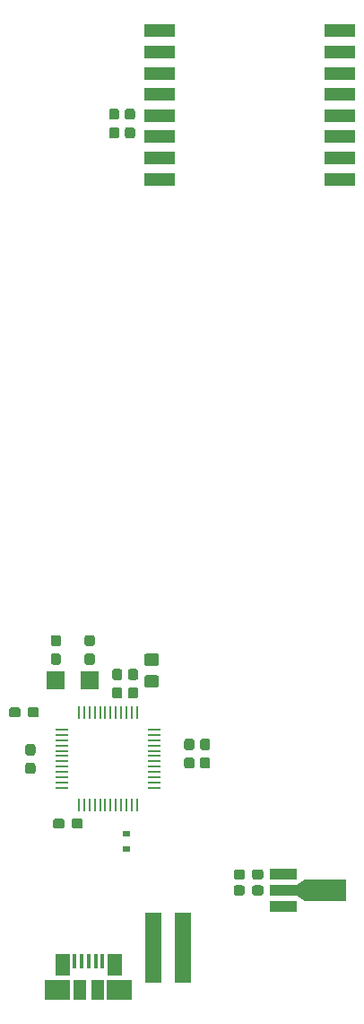
<source format=gbp>
G04 #@! TF.GenerationSoftware,KiCad,Pcbnew,6.0.0-rc1-unknown-ad9916a~66~ubuntu18.04.1*
G04 #@! TF.CreationDate,2018-11-28T14:47:53-03:00*
G04 #@! TF.ProjectId,FOD,464f442e-6b69-4636-9164-5f7063625858,rev?*
G04 #@! TF.SameCoordinates,Original*
G04 #@! TF.FileFunction,Paste,Bot*
G04 #@! TF.FilePolarity,Positive*
%FSLAX46Y46*%
G04 Gerber Fmt 4.6, Leading zero omitted, Abs format (unit mm)*
G04 Created by KiCad (PCBNEW 6.0.0-rc1-unknown-ad9916a~66~ubuntu18.04.1) date mié 28 nov 2018 14:47:53 -03*
%MOMM*%
%LPD*%
G01*
G04 APERTURE LIST*
%ADD10C,0.100000*%
%ADD11C,0.950000*%
%ADD12R,1.600000X6.600000*%
%ADD13R,0.700000X0.600000*%
%ADD14R,0.450000X1.380000*%
%ADD15R,1.475000X2.100000*%
%ADD16R,2.375000X1.900000*%
%ADD17R,1.175000X1.900000*%
%ADD18C,1.150000*%
%ADD19C,0.750000*%
%ADD20R,4.000000X2.000000*%
%ADD21R,2.500000X1.000000*%
%ADD22R,0.250000X1.300000*%
%ADD23R,1.300000X0.250000*%
%ADD24R,3.000000X1.300000*%
%ADD25R,1.750000X1.800000*%
G04 APERTURE END LIST*
D10*
G04 #@! TO.C,R1*
G36*
X135585779Y-114426144D02*
X135608834Y-114429563D01*
X135631443Y-114435227D01*
X135653387Y-114443079D01*
X135674457Y-114453044D01*
X135694448Y-114465026D01*
X135713168Y-114478910D01*
X135730438Y-114494562D01*
X135746090Y-114511832D01*
X135759974Y-114530552D01*
X135771956Y-114550543D01*
X135781921Y-114571613D01*
X135789773Y-114593557D01*
X135795437Y-114616166D01*
X135798856Y-114639221D01*
X135800000Y-114662500D01*
X135800000Y-115137500D01*
X135798856Y-115160779D01*
X135795437Y-115183834D01*
X135789773Y-115206443D01*
X135781921Y-115228387D01*
X135771956Y-115249457D01*
X135759974Y-115269448D01*
X135746090Y-115288168D01*
X135730438Y-115305438D01*
X135713168Y-115321090D01*
X135694448Y-115334974D01*
X135674457Y-115346956D01*
X135653387Y-115356921D01*
X135631443Y-115364773D01*
X135608834Y-115370437D01*
X135585779Y-115373856D01*
X135562500Y-115375000D01*
X134987500Y-115375000D01*
X134964221Y-115373856D01*
X134941166Y-115370437D01*
X134918557Y-115364773D01*
X134896613Y-115356921D01*
X134875543Y-115346956D01*
X134855552Y-115334974D01*
X134836832Y-115321090D01*
X134819562Y-115305438D01*
X134803910Y-115288168D01*
X134790026Y-115269448D01*
X134778044Y-115249457D01*
X134768079Y-115228387D01*
X134760227Y-115206443D01*
X134754563Y-115183834D01*
X134751144Y-115160779D01*
X134750000Y-115137500D01*
X134750000Y-114662500D01*
X134751144Y-114639221D01*
X134754563Y-114616166D01*
X134760227Y-114593557D01*
X134768079Y-114571613D01*
X134778044Y-114550543D01*
X134790026Y-114530552D01*
X134803910Y-114511832D01*
X134819562Y-114494562D01*
X134836832Y-114478910D01*
X134855552Y-114465026D01*
X134875543Y-114453044D01*
X134896613Y-114443079D01*
X134918557Y-114435227D01*
X134941166Y-114429563D01*
X134964221Y-114426144D01*
X134987500Y-114425000D01*
X135562500Y-114425000D01*
X135585779Y-114426144D01*
X135585779Y-114426144D01*
G37*
D11*
X135275000Y-114900000D03*
D10*
G36*
X133835779Y-114426144D02*
X133858834Y-114429563D01*
X133881443Y-114435227D01*
X133903387Y-114443079D01*
X133924457Y-114453044D01*
X133944448Y-114465026D01*
X133963168Y-114478910D01*
X133980438Y-114494562D01*
X133996090Y-114511832D01*
X134009974Y-114530552D01*
X134021956Y-114550543D01*
X134031921Y-114571613D01*
X134039773Y-114593557D01*
X134045437Y-114616166D01*
X134048856Y-114639221D01*
X134050000Y-114662500D01*
X134050000Y-115137500D01*
X134048856Y-115160779D01*
X134045437Y-115183834D01*
X134039773Y-115206443D01*
X134031921Y-115228387D01*
X134021956Y-115249457D01*
X134009974Y-115269448D01*
X133996090Y-115288168D01*
X133980438Y-115305438D01*
X133963168Y-115321090D01*
X133944448Y-115334974D01*
X133924457Y-115346956D01*
X133903387Y-115356921D01*
X133881443Y-115364773D01*
X133858834Y-115370437D01*
X133835779Y-115373856D01*
X133812500Y-115375000D01*
X133237500Y-115375000D01*
X133214221Y-115373856D01*
X133191166Y-115370437D01*
X133168557Y-115364773D01*
X133146613Y-115356921D01*
X133125543Y-115346956D01*
X133105552Y-115334974D01*
X133086832Y-115321090D01*
X133069562Y-115305438D01*
X133053910Y-115288168D01*
X133040026Y-115269448D01*
X133028044Y-115249457D01*
X133018079Y-115228387D01*
X133010227Y-115206443D01*
X133004563Y-115183834D01*
X133001144Y-115160779D01*
X133000000Y-115137500D01*
X133000000Y-114662500D01*
X133001144Y-114639221D01*
X133004563Y-114616166D01*
X133010227Y-114593557D01*
X133018079Y-114571613D01*
X133028044Y-114550543D01*
X133040026Y-114530552D01*
X133053910Y-114511832D01*
X133069562Y-114494562D01*
X133086832Y-114478910D01*
X133105552Y-114465026D01*
X133125543Y-114453044D01*
X133146613Y-114443079D01*
X133168557Y-114435227D01*
X133191166Y-114429563D01*
X133214221Y-114426144D01*
X133237500Y-114425000D01*
X133812500Y-114425000D01*
X133835779Y-114426144D01*
X133835779Y-114426144D01*
G37*
D11*
X133525000Y-114900000D03*
G04 #@! TD*
D12*
G04 #@! TO.C,R3*
X149400000Y-137090000D03*
X146600000Y-137090000D03*
G04 #@! TD*
D10*
G04 #@! TO.C,C4*
G36*
X151760779Y-117401144D02*
X151783834Y-117404563D01*
X151806443Y-117410227D01*
X151828387Y-117418079D01*
X151849457Y-117428044D01*
X151869448Y-117440026D01*
X151888168Y-117453910D01*
X151905438Y-117469562D01*
X151921090Y-117486832D01*
X151934974Y-117505552D01*
X151946956Y-117525543D01*
X151956921Y-117546613D01*
X151964773Y-117568557D01*
X151970437Y-117591166D01*
X151973856Y-117614221D01*
X151975000Y-117637500D01*
X151975000Y-118212500D01*
X151973856Y-118235779D01*
X151970437Y-118258834D01*
X151964773Y-118281443D01*
X151956921Y-118303387D01*
X151946956Y-118324457D01*
X151934974Y-118344448D01*
X151921090Y-118363168D01*
X151905438Y-118380438D01*
X151888168Y-118396090D01*
X151869448Y-118409974D01*
X151849457Y-118421956D01*
X151828387Y-118431921D01*
X151806443Y-118439773D01*
X151783834Y-118445437D01*
X151760779Y-118448856D01*
X151737500Y-118450000D01*
X151262500Y-118450000D01*
X151239221Y-118448856D01*
X151216166Y-118445437D01*
X151193557Y-118439773D01*
X151171613Y-118431921D01*
X151150543Y-118421956D01*
X151130552Y-118409974D01*
X151111832Y-118396090D01*
X151094562Y-118380438D01*
X151078910Y-118363168D01*
X151065026Y-118344448D01*
X151053044Y-118324457D01*
X151043079Y-118303387D01*
X151035227Y-118281443D01*
X151029563Y-118258834D01*
X151026144Y-118235779D01*
X151025000Y-118212500D01*
X151025000Y-117637500D01*
X151026144Y-117614221D01*
X151029563Y-117591166D01*
X151035227Y-117568557D01*
X151043079Y-117546613D01*
X151053044Y-117525543D01*
X151065026Y-117505552D01*
X151078910Y-117486832D01*
X151094562Y-117469562D01*
X151111832Y-117453910D01*
X151130552Y-117440026D01*
X151150543Y-117428044D01*
X151171613Y-117418079D01*
X151193557Y-117410227D01*
X151216166Y-117404563D01*
X151239221Y-117401144D01*
X151262500Y-117400000D01*
X151737500Y-117400000D01*
X151760779Y-117401144D01*
X151760779Y-117401144D01*
G37*
D11*
X151500000Y-117925000D03*
D10*
G36*
X151760779Y-119151144D02*
X151783834Y-119154563D01*
X151806443Y-119160227D01*
X151828387Y-119168079D01*
X151849457Y-119178044D01*
X151869448Y-119190026D01*
X151888168Y-119203910D01*
X151905438Y-119219562D01*
X151921090Y-119236832D01*
X151934974Y-119255552D01*
X151946956Y-119275543D01*
X151956921Y-119296613D01*
X151964773Y-119318557D01*
X151970437Y-119341166D01*
X151973856Y-119364221D01*
X151975000Y-119387500D01*
X151975000Y-119962500D01*
X151973856Y-119985779D01*
X151970437Y-120008834D01*
X151964773Y-120031443D01*
X151956921Y-120053387D01*
X151946956Y-120074457D01*
X151934974Y-120094448D01*
X151921090Y-120113168D01*
X151905438Y-120130438D01*
X151888168Y-120146090D01*
X151869448Y-120159974D01*
X151849457Y-120171956D01*
X151828387Y-120181921D01*
X151806443Y-120189773D01*
X151783834Y-120195437D01*
X151760779Y-120198856D01*
X151737500Y-120200000D01*
X151262500Y-120200000D01*
X151239221Y-120198856D01*
X151216166Y-120195437D01*
X151193557Y-120189773D01*
X151171613Y-120181921D01*
X151150543Y-120171956D01*
X151130552Y-120159974D01*
X151111832Y-120146090D01*
X151094562Y-120130438D01*
X151078910Y-120113168D01*
X151065026Y-120094448D01*
X151053044Y-120074457D01*
X151043079Y-120053387D01*
X151035227Y-120031443D01*
X151029563Y-120008834D01*
X151026144Y-119985779D01*
X151025000Y-119962500D01*
X151025000Y-119387500D01*
X151026144Y-119364221D01*
X151029563Y-119341166D01*
X151035227Y-119318557D01*
X151043079Y-119296613D01*
X151053044Y-119275543D01*
X151065026Y-119255552D01*
X151078910Y-119236832D01*
X151094562Y-119219562D01*
X151111832Y-119203910D01*
X151130552Y-119190026D01*
X151150543Y-119178044D01*
X151171613Y-119168079D01*
X151193557Y-119160227D01*
X151216166Y-119154563D01*
X151239221Y-119151144D01*
X151262500Y-119150000D01*
X151737500Y-119150000D01*
X151760779Y-119151144D01*
X151760779Y-119151144D01*
G37*
D11*
X151500000Y-119675000D03*
G04 #@! TD*
D10*
G04 #@! TO.C,C5*
G36*
X135260779Y-117901144D02*
X135283834Y-117904563D01*
X135306443Y-117910227D01*
X135328387Y-117918079D01*
X135349457Y-117928044D01*
X135369448Y-117940026D01*
X135388168Y-117953910D01*
X135405438Y-117969562D01*
X135421090Y-117986832D01*
X135434974Y-118005552D01*
X135446956Y-118025543D01*
X135456921Y-118046613D01*
X135464773Y-118068557D01*
X135470437Y-118091166D01*
X135473856Y-118114221D01*
X135475000Y-118137500D01*
X135475000Y-118712500D01*
X135473856Y-118735779D01*
X135470437Y-118758834D01*
X135464773Y-118781443D01*
X135456921Y-118803387D01*
X135446956Y-118824457D01*
X135434974Y-118844448D01*
X135421090Y-118863168D01*
X135405438Y-118880438D01*
X135388168Y-118896090D01*
X135369448Y-118909974D01*
X135349457Y-118921956D01*
X135328387Y-118931921D01*
X135306443Y-118939773D01*
X135283834Y-118945437D01*
X135260779Y-118948856D01*
X135237500Y-118950000D01*
X134762500Y-118950000D01*
X134739221Y-118948856D01*
X134716166Y-118945437D01*
X134693557Y-118939773D01*
X134671613Y-118931921D01*
X134650543Y-118921956D01*
X134630552Y-118909974D01*
X134611832Y-118896090D01*
X134594562Y-118880438D01*
X134578910Y-118863168D01*
X134565026Y-118844448D01*
X134553044Y-118824457D01*
X134543079Y-118803387D01*
X134535227Y-118781443D01*
X134529563Y-118758834D01*
X134526144Y-118735779D01*
X134525000Y-118712500D01*
X134525000Y-118137500D01*
X134526144Y-118114221D01*
X134529563Y-118091166D01*
X134535227Y-118068557D01*
X134543079Y-118046613D01*
X134553044Y-118025543D01*
X134565026Y-118005552D01*
X134578910Y-117986832D01*
X134594562Y-117969562D01*
X134611832Y-117953910D01*
X134630552Y-117940026D01*
X134650543Y-117928044D01*
X134671613Y-117918079D01*
X134693557Y-117910227D01*
X134716166Y-117904563D01*
X134739221Y-117901144D01*
X134762500Y-117900000D01*
X135237500Y-117900000D01*
X135260779Y-117901144D01*
X135260779Y-117901144D01*
G37*
D11*
X135000000Y-118425000D03*
D10*
G36*
X135260779Y-119651144D02*
X135283834Y-119654563D01*
X135306443Y-119660227D01*
X135328387Y-119668079D01*
X135349457Y-119678044D01*
X135369448Y-119690026D01*
X135388168Y-119703910D01*
X135405438Y-119719562D01*
X135421090Y-119736832D01*
X135434974Y-119755552D01*
X135446956Y-119775543D01*
X135456921Y-119796613D01*
X135464773Y-119818557D01*
X135470437Y-119841166D01*
X135473856Y-119864221D01*
X135475000Y-119887500D01*
X135475000Y-120462500D01*
X135473856Y-120485779D01*
X135470437Y-120508834D01*
X135464773Y-120531443D01*
X135456921Y-120553387D01*
X135446956Y-120574457D01*
X135434974Y-120594448D01*
X135421090Y-120613168D01*
X135405438Y-120630438D01*
X135388168Y-120646090D01*
X135369448Y-120659974D01*
X135349457Y-120671956D01*
X135328387Y-120681921D01*
X135306443Y-120689773D01*
X135283834Y-120695437D01*
X135260779Y-120698856D01*
X135237500Y-120700000D01*
X134762500Y-120700000D01*
X134739221Y-120698856D01*
X134716166Y-120695437D01*
X134693557Y-120689773D01*
X134671613Y-120681921D01*
X134650543Y-120671956D01*
X134630552Y-120659974D01*
X134611832Y-120646090D01*
X134594562Y-120630438D01*
X134578910Y-120613168D01*
X134565026Y-120594448D01*
X134553044Y-120574457D01*
X134543079Y-120553387D01*
X134535227Y-120531443D01*
X134529563Y-120508834D01*
X134526144Y-120485779D01*
X134525000Y-120462500D01*
X134525000Y-119887500D01*
X134526144Y-119864221D01*
X134529563Y-119841166D01*
X134535227Y-119818557D01*
X134543079Y-119796613D01*
X134553044Y-119775543D01*
X134565026Y-119755552D01*
X134578910Y-119736832D01*
X134594562Y-119719562D01*
X134611832Y-119703910D01*
X134630552Y-119690026D01*
X134650543Y-119678044D01*
X134671613Y-119668079D01*
X134693557Y-119660227D01*
X134716166Y-119654563D01*
X134739221Y-119651144D01*
X134762500Y-119650000D01*
X135237500Y-119650000D01*
X135260779Y-119651144D01*
X135260779Y-119651144D01*
G37*
D11*
X135000000Y-120175000D03*
G04 #@! TD*
D10*
G04 #@! TO.C,C2a1*
G36*
X143460779Y-110801144D02*
X143483834Y-110804563D01*
X143506443Y-110810227D01*
X143528387Y-110818079D01*
X143549457Y-110828044D01*
X143569448Y-110840026D01*
X143588168Y-110853910D01*
X143605438Y-110869562D01*
X143621090Y-110886832D01*
X143634974Y-110905552D01*
X143646956Y-110925543D01*
X143656921Y-110946613D01*
X143664773Y-110968557D01*
X143670437Y-110991166D01*
X143673856Y-111014221D01*
X143675000Y-111037500D01*
X143675000Y-111612500D01*
X143673856Y-111635779D01*
X143670437Y-111658834D01*
X143664773Y-111681443D01*
X143656921Y-111703387D01*
X143646956Y-111724457D01*
X143634974Y-111744448D01*
X143621090Y-111763168D01*
X143605438Y-111780438D01*
X143588168Y-111796090D01*
X143569448Y-111809974D01*
X143549457Y-111821956D01*
X143528387Y-111831921D01*
X143506443Y-111839773D01*
X143483834Y-111845437D01*
X143460779Y-111848856D01*
X143437500Y-111850000D01*
X142962500Y-111850000D01*
X142939221Y-111848856D01*
X142916166Y-111845437D01*
X142893557Y-111839773D01*
X142871613Y-111831921D01*
X142850543Y-111821956D01*
X142830552Y-111809974D01*
X142811832Y-111796090D01*
X142794562Y-111780438D01*
X142778910Y-111763168D01*
X142765026Y-111744448D01*
X142753044Y-111724457D01*
X142743079Y-111703387D01*
X142735227Y-111681443D01*
X142729563Y-111658834D01*
X142726144Y-111635779D01*
X142725000Y-111612500D01*
X142725000Y-111037500D01*
X142726144Y-111014221D01*
X142729563Y-110991166D01*
X142735227Y-110968557D01*
X142743079Y-110946613D01*
X142753044Y-110925543D01*
X142765026Y-110905552D01*
X142778910Y-110886832D01*
X142794562Y-110869562D01*
X142811832Y-110853910D01*
X142830552Y-110840026D01*
X142850543Y-110828044D01*
X142871613Y-110818079D01*
X142893557Y-110810227D01*
X142916166Y-110804563D01*
X142939221Y-110801144D01*
X142962500Y-110800000D01*
X143437500Y-110800000D01*
X143460779Y-110801144D01*
X143460779Y-110801144D01*
G37*
D11*
X143200000Y-111325000D03*
D10*
G36*
X143460779Y-112551144D02*
X143483834Y-112554563D01*
X143506443Y-112560227D01*
X143528387Y-112568079D01*
X143549457Y-112578044D01*
X143569448Y-112590026D01*
X143588168Y-112603910D01*
X143605438Y-112619562D01*
X143621090Y-112636832D01*
X143634974Y-112655552D01*
X143646956Y-112675543D01*
X143656921Y-112696613D01*
X143664773Y-112718557D01*
X143670437Y-112741166D01*
X143673856Y-112764221D01*
X143675000Y-112787500D01*
X143675000Y-113362500D01*
X143673856Y-113385779D01*
X143670437Y-113408834D01*
X143664773Y-113431443D01*
X143656921Y-113453387D01*
X143646956Y-113474457D01*
X143634974Y-113494448D01*
X143621090Y-113513168D01*
X143605438Y-113530438D01*
X143588168Y-113546090D01*
X143569448Y-113559974D01*
X143549457Y-113571956D01*
X143528387Y-113581921D01*
X143506443Y-113589773D01*
X143483834Y-113595437D01*
X143460779Y-113598856D01*
X143437500Y-113600000D01*
X142962500Y-113600000D01*
X142939221Y-113598856D01*
X142916166Y-113595437D01*
X142893557Y-113589773D01*
X142871613Y-113581921D01*
X142850543Y-113571956D01*
X142830552Y-113559974D01*
X142811832Y-113546090D01*
X142794562Y-113530438D01*
X142778910Y-113513168D01*
X142765026Y-113494448D01*
X142753044Y-113474457D01*
X142743079Y-113453387D01*
X142735227Y-113431443D01*
X142729563Y-113408834D01*
X142726144Y-113385779D01*
X142725000Y-113362500D01*
X142725000Y-112787500D01*
X142726144Y-112764221D01*
X142729563Y-112741166D01*
X142735227Y-112718557D01*
X142743079Y-112696613D01*
X142753044Y-112675543D01*
X142765026Y-112655552D01*
X142778910Y-112636832D01*
X142794562Y-112619562D01*
X142811832Y-112603910D01*
X142830552Y-112590026D01*
X142850543Y-112578044D01*
X142871613Y-112568079D01*
X142893557Y-112560227D01*
X142916166Y-112554563D01*
X142939221Y-112551144D01*
X142962500Y-112550000D01*
X143437500Y-112550000D01*
X143460779Y-112551144D01*
X143460779Y-112551144D01*
G37*
D11*
X143200000Y-113075000D03*
G04 #@! TD*
D10*
G04 #@! TO.C,C2b1*
G36*
X144960779Y-110801144D02*
X144983834Y-110804563D01*
X145006443Y-110810227D01*
X145028387Y-110818079D01*
X145049457Y-110828044D01*
X145069448Y-110840026D01*
X145088168Y-110853910D01*
X145105438Y-110869562D01*
X145121090Y-110886832D01*
X145134974Y-110905552D01*
X145146956Y-110925543D01*
X145156921Y-110946613D01*
X145164773Y-110968557D01*
X145170437Y-110991166D01*
X145173856Y-111014221D01*
X145175000Y-111037500D01*
X145175000Y-111612500D01*
X145173856Y-111635779D01*
X145170437Y-111658834D01*
X145164773Y-111681443D01*
X145156921Y-111703387D01*
X145146956Y-111724457D01*
X145134974Y-111744448D01*
X145121090Y-111763168D01*
X145105438Y-111780438D01*
X145088168Y-111796090D01*
X145069448Y-111809974D01*
X145049457Y-111821956D01*
X145028387Y-111831921D01*
X145006443Y-111839773D01*
X144983834Y-111845437D01*
X144960779Y-111848856D01*
X144937500Y-111850000D01*
X144462500Y-111850000D01*
X144439221Y-111848856D01*
X144416166Y-111845437D01*
X144393557Y-111839773D01*
X144371613Y-111831921D01*
X144350543Y-111821956D01*
X144330552Y-111809974D01*
X144311832Y-111796090D01*
X144294562Y-111780438D01*
X144278910Y-111763168D01*
X144265026Y-111744448D01*
X144253044Y-111724457D01*
X144243079Y-111703387D01*
X144235227Y-111681443D01*
X144229563Y-111658834D01*
X144226144Y-111635779D01*
X144225000Y-111612500D01*
X144225000Y-111037500D01*
X144226144Y-111014221D01*
X144229563Y-110991166D01*
X144235227Y-110968557D01*
X144243079Y-110946613D01*
X144253044Y-110925543D01*
X144265026Y-110905552D01*
X144278910Y-110886832D01*
X144294562Y-110869562D01*
X144311832Y-110853910D01*
X144330552Y-110840026D01*
X144350543Y-110828044D01*
X144371613Y-110818079D01*
X144393557Y-110810227D01*
X144416166Y-110804563D01*
X144439221Y-110801144D01*
X144462500Y-110800000D01*
X144937500Y-110800000D01*
X144960779Y-110801144D01*
X144960779Y-110801144D01*
G37*
D11*
X144700000Y-111325000D03*
D10*
G36*
X144960779Y-112551144D02*
X144983834Y-112554563D01*
X145006443Y-112560227D01*
X145028387Y-112568079D01*
X145049457Y-112578044D01*
X145069448Y-112590026D01*
X145088168Y-112603910D01*
X145105438Y-112619562D01*
X145121090Y-112636832D01*
X145134974Y-112655552D01*
X145146956Y-112675543D01*
X145156921Y-112696613D01*
X145164773Y-112718557D01*
X145170437Y-112741166D01*
X145173856Y-112764221D01*
X145175000Y-112787500D01*
X145175000Y-113362500D01*
X145173856Y-113385779D01*
X145170437Y-113408834D01*
X145164773Y-113431443D01*
X145156921Y-113453387D01*
X145146956Y-113474457D01*
X145134974Y-113494448D01*
X145121090Y-113513168D01*
X145105438Y-113530438D01*
X145088168Y-113546090D01*
X145069448Y-113559974D01*
X145049457Y-113571956D01*
X145028387Y-113581921D01*
X145006443Y-113589773D01*
X144983834Y-113595437D01*
X144960779Y-113598856D01*
X144937500Y-113600000D01*
X144462500Y-113600000D01*
X144439221Y-113598856D01*
X144416166Y-113595437D01*
X144393557Y-113589773D01*
X144371613Y-113581921D01*
X144350543Y-113571956D01*
X144330552Y-113559974D01*
X144311832Y-113546090D01*
X144294562Y-113530438D01*
X144278910Y-113513168D01*
X144265026Y-113494448D01*
X144253044Y-113474457D01*
X144243079Y-113453387D01*
X144235227Y-113431443D01*
X144229563Y-113408834D01*
X144226144Y-113385779D01*
X144225000Y-113362500D01*
X144225000Y-112787500D01*
X144226144Y-112764221D01*
X144229563Y-112741166D01*
X144235227Y-112718557D01*
X144243079Y-112696613D01*
X144253044Y-112675543D01*
X144265026Y-112655552D01*
X144278910Y-112636832D01*
X144294562Y-112619562D01*
X144311832Y-112603910D01*
X144330552Y-112590026D01*
X144350543Y-112578044D01*
X144371613Y-112568079D01*
X144393557Y-112560227D01*
X144416166Y-112554563D01*
X144439221Y-112551144D01*
X144462500Y-112550000D01*
X144937500Y-112550000D01*
X144960779Y-112551144D01*
X144960779Y-112551144D01*
G37*
D11*
X144700000Y-113075000D03*
G04 #@! TD*
D10*
G04 #@! TO.C,C3a1*
G36*
X150260779Y-119151144D02*
X150283834Y-119154563D01*
X150306443Y-119160227D01*
X150328387Y-119168079D01*
X150349457Y-119178044D01*
X150369448Y-119190026D01*
X150388168Y-119203910D01*
X150405438Y-119219562D01*
X150421090Y-119236832D01*
X150434974Y-119255552D01*
X150446956Y-119275543D01*
X150456921Y-119296613D01*
X150464773Y-119318557D01*
X150470437Y-119341166D01*
X150473856Y-119364221D01*
X150475000Y-119387500D01*
X150475000Y-119962500D01*
X150473856Y-119985779D01*
X150470437Y-120008834D01*
X150464773Y-120031443D01*
X150456921Y-120053387D01*
X150446956Y-120074457D01*
X150434974Y-120094448D01*
X150421090Y-120113168D01*
X150405438Y-120130438D01*
X150388168Y-120146090D01*
X150369448Y-120159974D01*
X150349457Y-120171956D01*
X150328387Y-120181921D01*
X150306443Y-120189773D01*
X150283834Y-120195437D01*
X150260779Y-120198856D01*
X150237500Y-120200000D01*
X149762500Y-120200000D01*
X149739221Y-120198856D01*
X149716166Y-120195437D01*
X149693557Y-120189773D01*
X149671613Y-120181921D01*
X149650543Y-120171956D01*
X149630552Y-120159974D01*
X149611832Y-120146090D01*
X149594562Y-120130438D01*
X149578910Y-120113168D01*
X149565026Y-120094448D01*
X149553044Y-120074457D01*
X149543079Y-120053387D01*
X149535227Y-120031443D01*
X149529563Y-120008834D01*
X149526144Y-119985779D01*
X149525000Y-119962500D01*
X149525000Y-119387500D01*
X149526144Y-119364221D01*
X149529563Y-119341166D01*
X149535227Y-119318557D01*
X149543079Y-119296613D01*
X149553044Y-119275543D01*
X149565026Y-119255552D01*
X149578910Y-119236832D01*
X149594562Y-119219562D01*
X149611832Y-119203910D01*
X149630552Y-119190026D01*
X149650543Y-119178044D01*
X149671613Y-119168079D01*
X149693557Y-119160227D01*
X149716166Y-119154563D01*
X149739221Y-119151144D01*
X149762500Y-119150000D01*
X150237500Y-119150000D01*
X150260779Y-119151144D01*
X150260779Y-119151144D01*
G37*
D11*
X150000000Y-119675000D03*
D10*
G36*
X150260779Y-117401144D02*
X150283834Y-117404563D01*
X150306443Y-117410227D01*
X150328387Y-117418079D01*
X150349457Y-117428044D01*
X150369448Y-117440026D01*
X150388168Y-117453910D01*
X150405438Y-117469562D01*
X150421090Y-117486832D01*
X150434974Y-117505552D01*
X150446956Y-117525543D01*
X150456921Y-117546613D01*
X150464773Y-117568557D01*
X150470437Y-117591166D01*
X150473856Y-117614221D01*
X150475000Y-117637500D01*
X150475000Y-118212500D01*
X150473856Y-118235779D01*
X150470437Y-118258834D01*
X150464773Y-118281443D01*
X150456921Y-118303387D01*
X150446956Y-118324457D01*
X150434974Y-118344448D01*
X150421090Y-118363168D01*
X150405438Y-118380438D01*
X150388168Y-118396090D01*
X150369448Y-118409974D01*
X150349457Y-118421956D01*
X150328387Y-118431921D01*
X150306443Y-118439773D01*
X150283834Y-118445437D01*
X150260779Y-118448856D01*
X150237500Y-118450000D01*
X149762500Y-118450000D01*
X149739221Y-118448856D01*
X149716166Y-118445437D01*
X149693557Y-118439773D01*
X149671613Y-118431921D01*
X149650543Y-118421956D01*
X149630552Y-118409974D01*
X149611832Y-118396090D01*
X149594562Y-118380438D01*
X149578910Y-118363168D01*
X149565026Y-118344448D01*
X149553044Y-118324457D01*
X149543079Y-118303387D01*
X149535227Y-118281443D01*
X149529563Y-118258834D01*
X149526144Y-118235779D01*
X149525000Y-118212500D01*
X149525000Y-117637500D01*
X149526144Y-117614221D01*
X149529563Y-117591166D01*
X149535227Y-117568557D01*
X149543079Y-117546613D01*
X149553044Y-117525543D01*
X149565026Y-117505552D01*
X149578910Y-117486832D01*
X149594562Y-117469562D01*
X149611832Y-117453910D01*
X149630552Y-117440026D01*
X149650543Y-117428044D01*
X149671613Y-117418079D01*
X149693557Y-117410227D01*
X149716166Y-117404563D01*
X149739221Y-117401144D01*
X149762500Y-117400000D01*
X150237500Y-117400000D01*
X150260779Y-117401144D01*
X150260779Y-117401144D01*
G37*
D11*
X150000000Y-117925000D03*
G04 #@! TD*
D10*
G04 #@! TO.C,C3b1*
G36*
X137985779Y-124926144D02*
X138008834Y-124929563D01*
X138031443Y-124935227D01*
X138053387Y-124943079D01*
X138074457Y-124953044D01*
X138094448Y-124965026D01*
X138113168Y-124978910D01*
X138130438Y-124994562D01*
X138146090Y-125011832D01*
X138159974Y-125030552D01*
X138171956Y-125050543D01*
X138181921Y-125071613D01*
X138189773Y-125093557D01*
X138195437Y-125116166D01*
X138198856Y-125139221D01*
X138200000Y-125162500D01*
X138200000Y-125637500D01*
X138198856Y-125660779D01*
X138195437Y-125683834D01*
X138189773Y-125706443D01*
X138181921Y-125728387D01*
X138171956Y-125749457D01*
X138159974Y-125769448D01*
X138146090Y-125788168D01*
X138130438Y-125805438D01*
X138113168Y-125821090D01*
X138094448Y-125834974D01*
X138074457Y-125846956D01*
X138053387Y-125856921D01*
X138031443Y-125864773D01*
X138008834Y-125870437D01*
X137985779Y-125873856D01*
X137962500Y-125875000D01*
X137387500Y-125875000D01*
X137364221Y-125873856D01*
X137341166Y-125870437D01*
X137318557Y-125864773D01*
X137296613Y-125856921D01*
X137275543Y-125846956D01*
X137255552Y-125834974D01*
X137236832Y-125821090D01*
X137219562Y-125805438D01*
X137203910Y-125788168D01*
X137190026Y-125769448D01*
X137178044Y-125749457D01*
X137168079Y-125728387D01*
X137160227Y-125706443D01*
X137154563Y-125683834D01*
X137151144Y-125660779D01*
X137150000Y-125637500D01*
X137150000Y-125162500D01*
X137151144Y-125139221D01*
X137154563Y-125116166D01*
X137160227Y-125093557D01*
X137168079Y-125071613D01*
X137178044Y-125050543D01*
X137190026Y-125030552D01*
X137203910Y-125011832D01*
X137219562Y-124994562D01*
X137236832Y-124978910D01*
X137255552Y-124965026D01*
X137275543Y-124953044D01*
X137296613Y-124943079D01*
X137318557Y-124935227D01*
X137341166Y-124929563D01*
X137364221Y-124926144D01*
X137387500Y-124925000D01*
X137962500Y-124925000D01*
X137985779Y-124926144D01*
X137985779Y-124926144D01*
G37*
D11*
X137675000Y-125400000D03*
D10*
G36*
X139735779Y-124926144D02*
X139758834Y-124929563D01*
X139781443Y-124935227D01*
X139803387Y-124943079D01*
X139824457Y-124953044D01*
X139844448Y-124965026D01*
X139863168Y-124978910D01*
X139880438Y-124994562D01*
X139896090Y-125011832D01*
X139909974Y-125030552D01*
X139921956Y-125050543D01*
X139931921Y-125071613D01*
X139939773Y-125093557D01*
X139945437Y-125116166D01*
X139948856Y-125139221D01*
X139950000Y-125162500D01*
X139950000Y-125637500D01*
X139948856Y-125660779D01*
X139945437Y-125683834D01*
X139939773Y-125706443D01*
X139931921Y-125728387D01*
X139921956Y-125749457D01*
X139909974Y-125769448D01*
X139896090Y-125788168D01*
X139880438Y-125805438D01*
X139863168Y-125821090D01*
X139844448Y-125834974D01*
X139824457Y-125846956D01*
X139803387Y-125856921D01*
X139781443Y-125864773D01*
X139758834Y-125870437D01*
X139735779Y-125873856D01*
X139712500Y-125875000D01*
X139137500Y-125875000D01*
X139114221Y-125873856D01*
X139091166Y-125870437D01*
X139068557Y-125864773D01*
X139046613Y-125856921D01*
X139025543Y-125846956D01*
X139005552Y-125834974D01*
X138986832Y-125821090D01*
X138969562Y-125805438D01*
X138953910Y-125788168D01*
X138940026Y-125769448D01*
X138928044Y-125749457D01*
X138918079Y-125728387D01*
X138910227Y-125706443D01*
X138904563Y-125683834D01*
X138901144Y-125660779D01*
X138900000Y-125637500D01*
X138900000Y-125162500D01*
X138901144Y-125139221D01*
X138904563Y-125116166D01*
X138910227Y-125093557D01*
X138918079Y-125071613D01*
X138928044Y-125050543D01*
X138940026Y-125030552D01*
X138953910Y-125011832D01*
X138969562Y-124994562D01*
X138986832Y-124978910D01*
X139005552Y-124965026D01*
X139025543Y-124953044D01*
X139046613Y-124943079D01*
X139068557Y-124935227D01*
X139091166Y-124929563D01*
X139114221Y-124926144D01*
X139137500Y-124925000D01*
X139712500Y-124925000D01*
X139735779Y-124926144D01*
X139735779Y-124926144D01*
G37*
D11*
X139425000Y-125400000D03*
G04 #@! TD*
D10*
G04 #@! TO.C,Cc1*
G36*
X137660779Y-109351144D02*
X137683834Y-109354563D01*
X137706443Y-109360227D01*
X137728387Y-109368079D01*
X137749457Y-109378044D01*
X137769448Y-109390026D01*
X137788168Y-109403910D01*
X137805438Y-109419562D01*
X137821090Y-109436832D01*
X137834974Y-109455552D01*
X137846956Y-109475543D01*
X137856921Y-109496613D01*
X137864773Y-109518557D01*
X137870437Y-109541166D01*
X137873856Y-109564221D01*
X137875000Y-109587500D01*
X137875000Y-110162500D01*
X137873856Y-110185779D01*
X137870437Y-110208834D01*
X137864773Y-110231443D01*
X137856921Y-110253387D01*
X137846956Y-110274457D01*
X137834974Y-110294448D01*
X137821090Y-110313168D01*
X137805438Y-110330438D01*
X137788168Y-110346090D01*
X137769448Y-110359974D01*
X137749457Y-110371956D01*
X137728387Y-110381921D01*
X137706443Y-110389773D01*
X137683834Y-110395437D01*
X137660779Y-110398856D01*
X137637500Y-110400000D01*
X137162500Y-110400000D01*
X137139221Y-110398856D01*
X137116166Y-110395437D01*
X137093557Y-110389773D01*
X137071613Y-110381921D01*
X137050543Y-110371956D01*
X137030552Y-110359974D01*
X137011832Y-110346090D01*
X136994562Y-110330438D01*
X136978910Y-110313168D01*
X136965026Y-110294448D01*
X136953044Y-110274457D01*
X136943079Y-110253387D01*
X136935227Y-110231443D01*
X136929563Y-110208834D01*
X136926144Y-110185779D01*
X136925000Y-110162500D01*
X136925000Y-109587500D01*
X136926144Y-109564221D01*
X136929563Y-109541166D01*
X136935227Y-109518557D01*
X136943079Y-109496613D01*
X136953044Y-109475543D01*
X136965026Y-109455552D01*
X136978910Y-109436832D01*
X136994562Y-109419562D01*
X137011832Y-109403910D01*
X137030552Y-109390026D01*
X137050543Y-109378044D01*
X137071613Y-109368079D01*
X137093557Y-109360227D01*
X137116166Y-109354563D01*
X137139221Y-109351144D01*
X137162500Y-109350000D01*
X137637500Y-109350000D01*
X137660779Y-109351144D01*
X137660779Y-109351144D01*
G37*
D11*
X137400000Y-109875000D03*
D10*
G36*
X137660779Y-107601144D02*
X137683834Y-107604563D01*
X137706443Y-107610227D01*
X137728387Y-107618079D01*
X137749457Y-107628044D01*
X137769448Y-107640026D01*
X137788168Y-107653910D01*
X137805438Y-107669562D01*
X137821090Y-107686832D01*
X137834974Y-107705552D01*
X137846956Y-107725543D01*
X137856921Y-107746613D01*
X137864773Y-107768557D01*
X137870437Y-107791166D01*
X137873856Y-107814221D01*
X137875000Y-107837500D01*
X137875000Y-108412500D01*
X137873856Y-108435779D01*
X137870437Y-108458834D01*
X137864773Y-108481443D01*
X137856921Y-108503387D01*
X137846956Y-108524457D01*
X137834974Y-108544448D01*
X137821090Y-108563168D01*
X137805438Y-108580438D01*
X137788168Y-108596090D01*
X137769448Y-108609974D01*
X137749457Y-108621956D01*
X137728387Y-108631921D01*
X137706443Y-108639773D01*
X137683834Y-108645437D01*
X137660779Y-108648856D01*
X137637500Y-108650000D01*
X137162500Y-108650000D01*
X137139221Y-108648856D01*
X137116166Y-108645437D01*
X137093557Y-108639773D01*
X137071613Y-108631921D01*
X137050543Y-108621956D01*
X137030552Y-108609974D01*
X137011832Y-108596090D01*
X136994562Y-108580438D01*
X136978910Y-108563168D01*
X136965026Y-108544448D01*
X136953044Y-108524457D01*
X136943079Y-108503387D01*
X136935227Y-108481443D01*
X136929563Y-108458834D01*
X136926144Y-108435779D01*
X136925000Y-108412500D01*
X136925000Y-107837500D01*
X136926144Y-107814221D01*
X136929563Y-107791166D01*
X136935227Y-107768557D01*
X136943079Y-107746613D01*
X136953044Y-107725543D01*
X136965026Y-107705552D01*
X136978910Y-107686832D01*
X136994562Y-107669562D01*
X137011832Y-107653910D01*
X137030552Y-107640026D01*
X137050543Y-107628044D01*
X137071613Y-107618079D01*
X137093557Y-107610227D01*
X137116166Y-107604563D01*
X137139221Y-107601144D01*
X137162500Y-107600000D01*
X137637500Y-107600000D01*
X137660779Y-107601144D01*
X137660779Y-107601144D01*
G37*
D11*
X137400000Y-108125000D03*
G04 #@! TD*
D10*
G04 #@! TO.C,Cc2*
G36*
X140860779Y-109351144D02*
X140883834Y-109354563D01*
X140906443Y-109360227D01*
X140928387Y-109368079D01*
X140949457Y-109378044D01*
X140969448Y-109390026D01*
X140988168Y-109403910D01*
X141005438Y-109419562D01*
X141021090Y-109436832D01*
X141034974Y-109455552D01*
X141046956Y-109475543D01*
X141056921Y-109496613D01*
X141064773Y-109518557D01*
X141070437Y-109541166D01*
X141073856Y-109564221D01*
X141075000Y-109587500D01*
X141075000Y-110162500D01*
X141073856Y-110185779D01*
X141070437Y-110208834D01*
X141064773Y-110231443D01*
X141056921Y-110253387D01*
X141046956Y-110274457D01*
X141034974Y-110294448D01*
X141021090Y-110313168D01*
X141005438Y-110330438D01*
X140988168Y-110346090D01*
X140969448Y-110359974D01*
X140949457Y-110371956D01*
X140928387Y-110381921D01*
X140906443Y-110389773D01*
X140883834Y-110395437D01*
X140860779Y-110398856D01*
X140837500Y-110400000D01*
X140362500Y-110400000D01*
X140339221Y-110398856D01*
X140316166Y-110395437D01*
X140293557Y-110389773D01*
X140271613Y-110381921D01*
X140250543Y-110371956D01*
X140230552Y-110359974D01*
X140211832Y-110346090D01*
X140194562Y-110330438D01*
X140178910Y-110313168D01*
X140165026Y-110294448D01*
X140153044Y-110274457D01*
X140143079Y-110253387D01*
X140135227Y-110231443D01*
X140129563Y-110208834D01*
X140126144Y-110185779D01*
X140125000Y-110162500D01*
X140125000Y-109587500D01*
X140126144Y-109564221D01*
X140129563Y-109541166D01*
X140135227Y-109518557D01*
X140143079Y-109496613D01*
X140153044Y-109475543D01*
X140165026Y-109455552D01*
X140178910Y-109436832D01*
X140194562Y-109419562D01*
X140211832Y-109403910D01*
X140230552Y-109390026D01*
X140250543Y-109378044D01*
X140271613Y-109368079D01*
X140293557Y-109360227D01*
X140316166Y-109354563D01*
X140339221Y-109351144D01*
X140362500Y-109350000D01*
X140837500Y-109350000D01*
X140860779Y-109351144D01*
X140860779Y-109351144D01*
G37*
D11*
X140600000Y-109875000D03*
D10*
G36*
X140860779Y-107601144D02*
X140883834Y-107604563D01*
X140906443Y-107610227D01*
X140928387Y-107618079D01*
X140949457Y-107628044D01*
X140969448Y-107640026D01*
X140988168Y-107653910D01*
X141005438Y-107669562D01*
X141021090Y-107686832D01*
X141034974Y-107705552D01*
X141046956Y-107725543D01*
X141056921Y-107746613D01*
X141064773Y-107768557D01*
X141070437Y-107791166D01*
X141073856Y-107814221D01*
X141075000Y-107837500D01*
X141075000Y-108412500D01*
X141073856Y-108435779D01*
X141070437Y-108458834D01*
X141064773Y-108481443D01*
X141056921Y-108503387D01*
X141046956Y-108524457D01*
X141034974Y-108544448D01*
X141021090Y-108563168D01*
X141005438Y-108580438D01*
X140988168Y-108596090D01*
X140969448Y-108609974D01*
X140949457Y-108621956D01*
X140928387Y-108631921D01*
X140906443Y-108639773D01*
X140883834Y-108645437D01*
X140860779Y-108648856D01*
X140837500Y-108650000D01*
X140362500Y-108650000D01*
X140339221Y-108648856D01*
X140316166Y-108645437D01*
X140293557Y-108639773D01*
X140271613Y-108631921D01*
X140250543Y-108621956D01*
X140230552Y-108609974D01*
X140211832Y-108596090D01*
X140194562Y-108580438D01*
X140178910Y-108563168D01*
X140165026Y-108544448D01*
X140153044Y-108524457D01*
X140143079Y-108503387D01*
X140135227Y-108481443D01*
X140129563Y-108458834D01*
X140126144Y-108435779D01*
X140125000Y-108412500D01*
X140125000Y-107837500D01*
X140126144Y-107814221D01*
X140129563Y-107791166D01*
X140135227Y-107768557D01*
X140143079Y-107746613D01*
X140153044Y-107725543D01*
X140165026Y-107705552D01*
X140178910Y-107686832D01*
X140194562Y-107669562D01*
X140211832Y-107653910D01*
X140230552Y-107640026D01*
X140250543Y-107628044D01*
X140271613Y-107618079D01*
X140293557Y-107610227D01*
X140316166Y-107604563D01*
X140339221Y-107601144D01*
X140362500Y-107600000D01*
X140837500Y-107600000D01*
X140860779Y-107601144D01*
X140860779Y-107601144D01*
G37*
D11*
X140600000Y-108125000D03*
G04 #@! TD*
D10*
G04 #@! TO.C,Cr1*
G36*
X156777837Y-131218956D02*
X156800892Y-131222375D01*
X156823501Y-131228039D01*
X156845445Y-131235891D01*
X156866515Y-131245856D01*
X156886506Y-131257838D01*
X156905226Y-131271722D01*
X156922496Y-131287374D01*
X156938148Y-131304644D01*
X156952032Y-131323364D01*
X156964014Y-131343355D01*
X156973979Y-131364425D01*
X156981831Y-131386369D01*
X156987495Y-131408978D01*
X156990914Y-131432033D01*
X156992058Y-131455312D01*
X156992058Y-131930312D01*
X156990914Y-131953591D01*
X156987495Y-131976646D01*
X156981831Y-131999255D01*
X156973979Y-132021199D01*
X156964014Y-132042269D01*
X156952032Y-132062260D01*
X156938148Y-132080980D01*
X156922496Y-132098250D01*
X156905226Y-132113902D01*
X156886506Y-132127786D01*
X156866515Y-132139768D01*
X156845445Y-132149733D01*
X156823501Y-132157585D01*
X156800892Y-132163249D01*
X156777837Y-132166668D01*
X156754558Y-132167812D01*
X156179558Y-132167812D01*
X156156279Y-132166668D01*
X156133224Y-132163249D01*
X156110615Y-132157585D01*
X156088671Y-132149733D01*
X156067601Y-132139768D01*
X156047610Y-132127786D01*
X156028890Y-132113902D01*
X156011620Y-132098250D01*
X155995968Y-132080980D01*
X155982084Y-132062260D01*
X155970102Y-132042269D01*
X155960137Y-132021199D01*
X155952285Y-131999255D01*
X155946621Y-131976646D01*
X155943202Y-131953591D01*
X155942058Y-131930312D01*
X155942058Y-131455312D01*
X155943202Y-131432033D01*
X155946621Y-131408978D01*
X155952285Y-131386369D01*
X155960137Y-131364425D01*
X155970102Y-131343355D01*
X155982084Y-131323364D01*
X155995968Y-131304644D01*
X156011620Y-131287374D01*
X156028890Y-131271722D01*
X156047610Y-131257838D01*
X156067601Y-131245856D01*
X156088671Y-131235891D01*
X156110615Y-131228039D01*
X156133224Y-131222375D01*
X156156279Y-131218956D01*
X156179558Y-131217812D01*
X156754558Y-131217812D01*
X156777837Y-131218956D01*
X156777837Y-131218956D01*
G37*
D11*
X156467058Y-131692812D03*
D10*
G36*
X155027837Y-131218956D02*
X155050892Y-131222375D01*
X155073501Y-131228039D01*
X155095445Y-131235891D01*
X155116515Y-131245856D01*
X155136506Y-131257838D01*
X155155226Y-131271722D01*
X155172496Y-131287374D01*
X155188148Y-131304644D01*
X155202032Y-131323364D01*
X155214014Y-131343355D01*
X155223979Y-131364425D01*
X155231831Y-131386369D01*
X155237495Y-131408978D01*
X155240914Y-131432033D01*
X155242058Y-131455312D01*
X155242058Y-131930312D01*
X155240914Y-131953591D01*
X155237495Y-131976646D01*
X155231831Y-131999255D01*
X155223979Y-132021199D01*
X155214014Y-132042269D01*
X155202032Y-132062260D01*
X155188148Y-132080980D01*
X155172496Y-132098250D01*
X155155226Y-132113902D01*
X155136506Y-132127786D01*
X155116515Y-132139768D01*
X155095445Y-132149733D01*
X155073501Y-132157585D01*
X155050892Y-132163249D01*
X155027837Y-132166668D01*
X155004558Y-132167812D01*
X154429558Y-132167812D01*
X154406279Y-132166668D01*
X154383224Y-132163249D01*
X154360615Y-132157585D01*
X154338671Y-132149733D01*
X154317601Y-132139768D01*
X154297610Y-132127786D01*
X154278890Y-132113902D01*
X154261620Y-132098250D01*
X154245968Y-132080980D01*
X154232084Y-132062260D01*
X154220102Y-132042269D01*
X154210137Y-132021199D01*
X154202285Y-131999255D01*
X154196621Y-131976646D01*
X154193202Y-131953591D01*
X154192058Y-131930312D01*
X154192058Y-131455312D01*
X154193202Y-131432033D01*
X154196621Y-131408978D01*
X154202285Y-131386369D01*
X154210137Y-131364425D01*
X154220102Y-131343355D01*
X154232084Y-131323364D01*
X154245968Y-131304644D01*
X154261620Y-131287374D01*
X154278890Y-131271722D01*
X154297610Y-131257838D01*
X154317601Y-131245856D01*
X154338671Y-131235891D01*
X154360615Y-131228039D01*
X154383224Y-131222375D01*
X154406279Y-131218956D01*
X154429558Y-131217812D01*
X155004558Y-131217812D01*
X155027837Y-131218956D01*
X155027837Y-131218956D01*
G37*
D11*
X154717058Y-131692812D03*
G04 #@! TD*
D10*
G04 #@! TO.C,Cr2*
G36*
X155027837Y-129718956D02*
X155050892Y-129722375D01*
X155073501Y-129728039D01*
X155095445Y-129735891D01*
X155116515Y-129745856D01*
X155136506Y-129757838D01*
X155155226Y-129771722D01*
X155172496Y-129787374D01*
X155188148Y-129804644D01*
X155202032Y-129823364D01*
X155214014Y-129843355D01*
X155223979Y-129864425D01*
X155231831Y-129886369D01*
X155237495Y-129908978D01*
X155240914Y-129932033D01*
X155242058Y-129955312D01*
X155242058Y-130430312D01*
X155240914Y-130453591D01*
X155237495Y-130476646D01*
X155231831Y-130499255D01*
X155223979Y-130521199D01*
X155214014Y-130542269D01*
X155202032Y-130562260D01*
X155188148Y-130580980D01*
X155172496Y-130598250D01*
X155155226Y-130613902D01*
X155136506Y-130627786D01*
X155116515Y-130639768D01*
X155095445Y-130649733D01*
X155073501Y-130657585D01*
X155050892Y-130663249D01*
X155027837Y-130666668D01*
X155004558Y-130667812D01*
X154429558Y-130667812D01*
X154406279Y-130666668D01*
X154383224Y-130663249D01*
X154360615Y-130657585D01*
X154338671Y-130649733D01*
X154317601Y-130639768D01*
X154297610Y-130627786D01*
X154278890Y-130613902D01*
X154261620Y-130598250D01*
X154245968Y-130580980D01*
X154232084Y-130562260D01*
X154220102Y-130542269D01*
X154210137Y-130521199D01*
X154202285Y-130499255D01*
X154196621Y-130476646D01*
X154193202Y-130453591D01*
X154192058Y-130430312D01*
X154192058Y-129955312D01*
X154193202Y-129932033D01*
X154196621Y-129908978D01*
X154202285Y-129886369D01*
X154210137Y-129864425D01*
X154220102Y-129843355D01*
X154232084Y-129823364D01*
X154245968Y-129804644D01*
X154261620Y-129787374D01*
X154278890Y-129771722D01*
X154297610Y-129757838D01*
X154317601Y-129745856D01*
X154338671Y-129735891D01*
X154360615Y-129728039D01*
X154383224Y-129722375D01*
X154406279Y-129718956D01*
X154429558Y-129717812D01*
X155004558Y-129717812D01*
X155027837Y-129718956D01*
X155027837Y-129718956D01*
G37*
D11*
X154717058Y-130192812D03*
D10*
G36*
X156777837Y-129718956D02*
X156800892Y-129722375D01*
X156823501Y-129728039D01*
X156845445Y-129735891D01*
X156866515Y-129745856D01*
X156886506Y-129757838D01*
X156905226Y-129771722D01*
X156922496Y-129787374D01*
X156938148Y-129804644D01*
X156952032Y-129823364D01*
X156964014Y-129843355D01*
X156973979Y-129864425D01*
X156981831Y-129886369D01*
X156987495Y-129908978D01*
X156990914Y-129932033D01*
X156992058Y-129955312D01*
X156992058Y-130430312D01*
X156990914Y-130453591D01*
X156987495Y-130476646D01*
X156981831Y-130499255D01*
X156973979Y-130521199D01*
X156964014Y-130542269D01*
X156952032Y-130562260D01*
X156938148Y-130580980D01*
X156922496Y-130598250D01*
X156905226Y-130613902D01*
X156886506Y-130627786D01*
X156866515Y-130639768D01*
X156845445Y-130649733D01*
X156823501Y-130657585D01*
X156800892Y-130663249D01*
X156777837Y-130666668D01*
X156754558Y-130667812D01*
X156179558Y-130667812D01*
X156156279Y-130666668D01*
X156133224Y-130663249D01*
X156110615Y-130657585D01*
X156088671Y-130649733D01*
X156067601Y-130639768D01*
X156047610Y-130627786D01*
X156028890Y-130613902D01*
X156011620Y-130598250D01*
X155995968Y-130580980D01*
X155982084Y-130562260D01*
X155970102Y-130542269D01*
X155960137Y-130521199D01*
X155952285Y-130499255D01*
X155946621Y-130476646D01*
X155943202Y-130453591D01*
X155942058Y-130430312D01*
X155942058Y-129955312D01*
X155943202Y-129932033D01*
X155946621Y-129908978D01*
X155952285Y-129886369D01*
X155960137Y-129864425D01*
X155970102Y-129843355D01*
X155982084Y-129823364D01*
X155995968Y-129804644D01*
X156011620Y-129787374D01*
X156028890Y-129771722D01*
X156047610Y-129757838D01*
X156067601Y-129745856D01*
X156088671Y-129735891D01*
X156110615Y-129728039D01*
X156133224Y-129722375D01*
X156156279Y-129718956D01*
X156179558Y-129717812D01*
X156754558Y-129717812D01*
X156777837Y-129718956D01*
X156777837Y-129718956D01*
G37*
D11*
X156467058Y-130192812D03*
G04 #@! TD*
D13*
G04 #@! TO.C,D3*
X144050000Y-126350000D03*
X144050000Y-127750000D03*
G04 #@! TD*
D14*
G04 #@! TO.C,J1*
X141800000Y-138390000D03*
X141150000Y-138390000D03*
X140500000Y-138390000D03*
X139850000Y-138390000D03*
X139200000Y-138390000D03*
D15*
X142962500Y-138750000D03*
X138037500Y-138750000D03*
D16*
X143410000Y-141050000D03*
X137590000Y-141050000D03*
D17*
X141340000Y-141050000D03*
X139660000Y-141050000D03*
G04 #@! TD*
D10*
G04 #@! TO.C,L1*
G36*
X146924505Y-109351204D02*
X146948773Y-109354804D01*
X146972572Y-109360765D01*
X146995671Y-109369030D01*
X147017850Y-109379520D01*
X147038893Y-109392132D01*
X147058599Y-109406747D01*
X147076777Y-109423223D01*
X147093253Y-109441401D01*
X147107868Y-109461107D01*
X147120480Y-109482150D01*
X147130970Y-109504329D01*
X147139235Y-109527428D01*
X147145196Y-109551227D01*
X147148796Y-109575495D01*
X147150000Y-109599999D01*
X147150000Y-110250001D01*
X147148796Y-110274505D01*
X147145196Y-110298773D01*
X147139235Y-110322572D01*
X147130970Y-110345671D01*
X147120480Y-110367850D01*
X147107868Y-110388893D01*
X147093253Y-110408599D01*
X147076777Y-110426777D01*
X147058599Y-110443253D01*
X147038893Y-110457868D01*
X147017850Y-110470480D01*
X146995671Y-110480970D01*
X146972572Y-110489235D01*
X146948773Y-110495196D01*
X146924505Y-110498796D01*
X146900001Y-110500000D01*
X145999999Y-110500000D01*
X145975495Y-110498796D01*
X145951227Y-110495196D01*
X145927428Y-110489235D01*
X145904329Y-110480970D01*
X145882150Y-110470480D01*
X145861107Y-110457868D01*
X145841401Y-110443253D01*
X145823223Y-110426777D01*
X145806747Y-110408599D01*
X145792132Y-110388893D01*
X145779520Y-110367850D01*
X145769030Y-110345671D01*
X145760765Y-110322572D01*
X145754804Y-110298773D01*
X145751204Y-110274505D01*
X145750000Y-110250001D01*
X145750000Y-109599999D01*
X145751204Y-109575495D01*
X145754804Y-109551227D01*
X145760765Y-109527428D01*
X145769030Y-109504329D01*
X145779520Y-109482150D01*
X145792132Y-109461107D01*
X145806747Y-109441401D01*
X145823223Y-109423223D01*
X145841401Y-109406747D01*
X145861107Y-109392132D01*
X145882150Y-109379520D01*
X145904329Y-109369030D01*
X145927428Y-109360765D01*
X145951227Y-109354804D01*
X145975495Y-109351204D01*
X145999999Y-109350000D01*
X146900001Y-109350000D01*
X146924505Y-109351204D01*
X146924505Y-109351204D01*
G37*
D18*
X146450000Y-109925000D03*
D10*
G36*
X146924505Y-111401204D02*
X146948773Y-111404804D01*
X146972572Y-111410765D01*
X146995671Y-111419030D01*
X147017850Y-111429520D01*
X147038893Y-111442132D01*
X147058599Y-111456747D01*
X147076777Y-111473223D01*
X147093253Y-111491401D01*
X147107868Y-111511107D01*
X147120480Y-111532150D01*
X147130970Y-111554329D01*
X147139235Y-111577428D01*
X147145196Y-111601227D01*
X147148796Y-111625495D01*
X147150000Y-111649999D01*
X147150000Y-112300001D01*
X147148796Y-112324505D01*
X147145196Y-112348773D01*
X147139235Y-112372572D01*
X147130970Y-112395671D01*
X147120480Y-112417850D01*
X147107868Y-112438893D01*
X147093253Y-112458599D01*
X147076777Y-112476777D01*
X147058599Y-112493253D01*
X147038893Y-112507868D01*
X147017850Y-112520480D01*
X146995671Y-112530970D01*
X146972572Y-112539235D01*
X146948773Y-112545196D01*
X146924505Y-112548796D01*
X146900001Y-112550000D01*
X145999999Y-112550000D01*
X145975495Y-112548796D01*
X145951227Y-112545196D01*
X145927428Y-112539235D01*
X145904329Y-112530970D01*
X145882150Y-112520480D01*
X145861107Y-112507868D01*
X145841401Y-112493253D01*
X145823223Y-112476777D01*
X145806747Y-112458599D01*
X145792132Y-112438893D01*
X145779520Y-112417850D01*
X145769030Y-112395671D01*
X145760765Y-112372572D01*
X145754804Y-112348773D01*
X145751204Y-112324505D01*
X145750000Y-112300001D01*
X145750000Y-111649999D01*
X145751204Y-111625495D01*
X145754804Y-111601227D01*
X145760765Y-111577428D01*
X145769030Y-111554329D01*
X145779520Y-111532150D01*
X145792132Y-111511107D01*
X145806747Y-111491401D01*
X145823223Y-111473223D01*
X145841401Y-111456747D01*
X145861107Y-111442132D01*
X145882150Y-111429520D01*
X145904329Y-111419030D01*
X145927428Y-111410765D01*
X145951227Y-111404804D01*
X145975495Y-111401204D01*
X145999999Y-111400000D01*
X146900001Y-111400000D01*
X146924505Y-111401204D01*
X146924505Y-111401204D01*
G37*
D18*
X146450000Y-111975000D03*
G04 #@! TD*
D19*
G04 #@! TO.C,U0*
X160522058Y-131692812D03*
D10*
G36*
X160147058Y-131192812D02*
X160897058Y-130692812D01*
X160897058Y-132692812D01*
X160147058Y-132192812D01*
X160147058Y-131192812D01*
X160147058Y-131192812D01*
G37*
D20*
X162872058Y-131692812D03*
D21*
X158912058Y-130192812D03*
X158912058Y-131692812D03*
X158912058Y-133192812D03*
G04 #@! TD*
D22*
G04 #@! TO.C,U1*
X139575000Y-114925001D03*
X140075000Y-114925001D03*
X140575000Y-114925001D03*
X141075000Y-114925001D03*
X141575000Y-114925001D03*
X142075000Y-114925001D03*
X142575000Y-114925001D03*
X143075000Y-114925001D03*
X143575000Y-114925001D03*
X144075000Y-114925001D03*
X144575000Y-114925001D03*
X145075000Y-114925001D03*
D23*
X146675000Y-116525001D03*
X146675000Y-117025001D03*
X146675000Y-117525001D03*
X146675000Y-118025001D03*
X146675000Y-118525001D03*
X146675000Y-119025001D03*
X146675000Y-119525001D03*
X146675000Y-120025001D03*
X146675000Y-120525001D03*
X146675000Y-121025001D03*
X146675000Y-121525001D03*
X146675000Y-122025001D03*
D22*
X145075000Y-123625001D03*
X144575000Y-123625001D03*
X144075000Y-123625001D03*
X143575000Y-123625001D03*
X143075000Y-123625001D03*
X142575000Y-123625001D03*
X142075000Y-123625001D03*
X141575000Y-123625001D03*
X141075000Y-123625001D03*
X140575000Y-123625001D03*
X140075000Y-123625001D03*
X139575000Y-123625001D03*
D23*
X137975000Y-122025001D03*
X137975000Y-121525001D03*
X137975000Y-121025001D03*
X137975000Y-120525001D03*
X137975000Y-120025001D03*
X137975000Y-119525001D03*
X137975000Y-119025001D03*
X137975000Y-118525001D03*
X137975000Y-118025001D03*
X137975000Y-117525001D03*
X137975000Y-117025001D03*
X137975000Y-116525001D03*
G04 #@! TD*
D24*
G04 #@! TO.C,U4*
X164200000Y-50600000D03*
X164200000Y-52600000D03*
X164200000Y-54600000D03*
X164200000Y-56600000D03*
X164200000Y-58600000D03*
X164200000Y-60600000D03*
X164200000Y-62600000D03*
X164200000Y-64600000D03*
X147200000Y-64600000D03*
X147200000Y-62600000D03*
X147200000Y-60600000D03*
X147200000Y-58600000D03*
X147200000Y-56600000D03*
X147200000Y-54600000D03*
X147200000Y-52600000D03*
X147200000Y-50600000D03*
G04 #@! TD*
D25*
G04 #@! TO.C,Y1*
X137375000Y-111850000D03*
X140625000Y-111850000D03*
G04 #@! TD*
D10*
G04 #@! TO.C,C1*
G36*
X143160779Y-59701144D02*
X143183834Y-59704563D01*
X143206443Y-59710227D01*
X143228387Y-59718079D01*
X143249457Y-59728044D01*
X143269448Y-59740026D01*
X143288168Y-59753910D01*
X143305438Y-59769562D01*
X143321090Y-59786832D01*
X143334974Y-59805552D01*
X143346956Y-59825543D01*
X143356921Y-59846613D01*
X143364773Y-59868557D01*
X143370437Y-59891166D01*
X143373856Y-59914221D01*
X143375000Y-59937500D01*
X143375000Y-60512500D01*
X143373856Y-60535779D01*
X143370437Y-60558834D01*
X143364773Y-60581443D01*
X143356921Y-60603387D01*
X143346956Y-60624457D01*
X143334974Y-60644448D01*
X143321090Y-60663168D01*
X143305438Y-60680438D01*
X143288168Y-60696090D01*
X143269448Y-60709974D01*
X143249457Y-60721956D01*
X143228387Y-60731921D01*
X143206443Y-60739773D01*
X143183834Y-60745437D01*
X143160779Y-60748856D01*
X143137500Y-60750000D01*
X142662500Y-60750000D01*
X142639221Y-60748856D01*
X142616166Y-60745437D01*
X142593557Y-60739773D01*
X142571613Y-60731921D01*
X142550543Y-60721956D01*
X142530552Y-60709974D01*
X142511832Y-60696090D01*
X142494562Y-60680438D01*
X142478910Y-60663168D01*
X142465026Y-60644448D01*
X142453044Y-60624457D01*
X142443079Y-60603387D01*
X142435227Y-60581443D01*
X142429563Y-60558834D01*
X142426144Y-60535779D01*
X142425000Y-60512500D01*
X142425000Y-59937500D01*
X142426144Y-59914221D01*
X142429563Y-59891166D01*
X142435227Y-59868557D01*
X142443079Y-59846613D01*
X142453044Y-59825543D01*
X142465026Y-59805552D01*
X142478910Y-59786832D01*
X142494562Y-59769562D01*
X142511832Y-59753910D01*
X142530552Y-59740026D01*
X142550543Y-59728044D01*
X142571613Y-59718079D01*
X142593557Y-59710227D01*
X142616166Y-59704563D01*
X142639221Y-59701144D01*
X142662500Y-59700000D01*
X143137500Y-59700000D01*
X143160779Y-59701144D01*
X143160779Y-59701144D01*
G37*
D11*
X142900000Y-60225000D03*
D10*
G36*
X143160779Y-57951144D02*
X143183834Y-57954563D01*
X143206443Y-57960227D01*
X143228387Y-57968079D01*
X143249457Y-57978044D01*
X143269448Y-57990026D01*
X143288168Y-58003910D01*
X143305438Y-58019562D01*
X143321090Y-58036832D01*
X143334974Y-58055552D01*
X143346956Y-58075543D01*
X143356921Y-58096613D01*
X143364773Y-58118557D01*
X143370437Y-58141166D01*
X143373856Y-58164221D01*
X143375000Y-58187500D01*
X143375000Y-58762500D01*
X143373856Y-58785779D01*
X143370437Y-58808834D01*
X143364773Y-58831443D01*
X143356921Y-58853387D01*
X143346956Y-58874457D01*
X143334974Y-58894448D01*
X143321090Y-58913168D01*
X143305438Y-58930438D01*
X143288168Y-58946090D01*
X143269448Y-58959974D01*
X143249457Y-58971956D01*
X143228387Y-58981921D01*
X143206443Y-58989773D01*
X143183834Y-58995437D01*
X143160779Y-58998856D01*
X143137500Y-59000000D01*
X142662500Y-59000000D01*
X142639221Y-58998856D01*
X142616166Y-58995437D01*
X142593557Y-58989773D01*
X142571613Y-58981921D01*
X142550543Y-58971956D01*
X142530552Y-58959974D01*
X142511832Y-58946090D01*
X142494562Y-58930438D01*
X142478910Y-58913168D01*
X142465026Y-58894448D01*
X142453044Y-58874457D01*
X142443079Y-58853387D01*
X142435227Y-58831443D01*
X142429563Y-58808834D01*
X142426144Y-58785779D01*
X142425000Y-58762500D01*
X142425000Y-58187500D01*
X142426144Y-58164221D01*
X142429563Y-58141166D01*
X142435227Y-58118557D01*
X142443079Y-58096613D01*
X142453044Y-58075543D01*
X142465026Y-58055552D01*
X142478910Y-58036832D01*
X142494562Y-58019562D01*
X142511832Y-58003910D01*
X142530552Y-57990026D01*
X142550543Y-57978044D01*
X142571613Y-57968079D01*
X142593557Y-57960227D01*
X142616166Y-57954563D01*
X142639221Y-57951144D01*
X142662500Y-57950000D01*
X143137500Y-57950000D01*
X143160779Y-57951144D01*
X143160779Y-57951144D01*
G37*
D11*
X142900000Y-58475000D03*
G04 #@! TD*
D10*
G04 #@! TO.C,C2*
G36*
X144660779Y-57951144D02*
X144683834Y-57954563D01*
X144706443Y-57960227D01*
X144728387Y-57968079D01*
X144749457Y-57978044D01*
X144769448Y-57990026D01*
X144788168Y-58003910D01*
X144805438Y-58019562D01*
X144821090Y-58036832D01*
X144834974Y-58055552D01*
X144846956Y-58075543D01*
X144856921Y-58096613D01*
X144864773Y-58118557D01*
X144870437Y-58141166D01*
X144873856Y-58164221D01*
X144875000Y-58187500D01*
X144875000Y-58762500D01*
X144873856Y-58785779D01*
X144870437Y-58808834D01*
X144864773Y-58831443D01*
X144856921Y-58853387D01*
X144846956Y-58874457D01*
X144834974Y-58894448D01*
X144821090Y-58913168D01*
X144805438Y-58930438D01*
X144788168Y-58946090D01*
X144769448Y-58959974D01*
X144749457Y-58971956D01*
X144728387Y-58981921D01*
X144706443Y-58989773D01*
X144683834Y-58995437D01*
X144660779Y-58998856D01*
X144637500Y-59000000D01*
X144162500Y-59000000D01*
X144139221Y-58998856D01*
X144116166Y-58995437D01*
X144093557Y-58989773D01*
X144071613Y-58981921D01*
X144050543Y-58971956D01*
X144030552Y-58959974D01*
X144011832Y-58946090D01*
X143994562Y-58930438D01*
X143978910Y-58913168D01*
X143965026Y-58894448D01*
X143953044Y-58874457D01*
X143943079Y-58853387D01*
X143935227Y-58831443D01*
X143929563Y-58808834D01*
X143926144Y-58785779D01*
X143925000Y-58762500D01*
X143925000Y-58187500D01*
X143926144Y-58164221D01*
X143929563Y-58141166D01*
X143935227Y-58118557D01*
X143943079Y-58096613D01*
X143953044Y-58075543D01*
X143965026Y-58055552D01*
X143978910Y-58036832D01*
X143994562Y-58019562D01*
X144011832Y-58003910D01*
X144030552Y-57990026D01*
X144050543Y-57978044D01*
X144071613Y-57968079D01*
X144093557Y-57960227D01*
X144116166Y-57954563D01*
X144139221Y-57951144D01*
X144162500Y-57950000D01*
X144637500Y-57950000D01*
X144660779Y-57951144D01*
X144660779Y-57951144D01*
G37*
D11*
X144400000Y-58475000D03*
D10*
G36*
X144660779Y-59701144D02*
X144683834Y-59704563D01*
X144706443Y-59710227D01*
X144728387Y-59718079D01*
X144749457Y-59728044D01*
X144769448Y-59740026D01*
X144788168Y-59753910D01*
X144805438Y-59769562D01*
X144821090Y-59786832D01*
X144834974Y-59805552D01*
X144846956Y-59825543D01*
X144856921Y-59846613D01*
X144864773Y-59868557D01*
X144870437Y-59891166D01*
X144873856Y-59914221D01*
X144875000Y-59937500D01*
X144875000Y-60512500D01*
X144873856Y-60535779D01*
X144870437Y-60558834D01*
X144864773Y-60581443D01*
X144856921Y-60603387D01*
X144846956Y-60624457D01*
X144834974Y-60644448D01*
X144821090Y-60663168D01*
X144805438Y-60680438D01*
X144788168Y-60696090D01*
X144769448Y-60709974D01*
X144749457Y-60721956D01*
X144728387Y-60731921D01*
X144706443Y-60739773D01*
X144683834Y-60745437D01*
X144660779Y-60748856D01*
X144637500Y-60750000D01*
X144162500Y-60750000D01*
X144139221Y-60748856D01*
X144116166Y-60745437D01*
X144093557Y-60739773D01*
X144071613Y-60731921D01*
X144050543Y-60721956D01*
X144030552Y-60709974D01*
X144011832Y-60696090D01*
X143994562Y-60680438D01*
X143978910Y-60663168D01*
X143965026Y-60644448D01*
X143953044Y-60624457D01*
X143943079Y-60603387D01*
X143935227Y-60581443D01*
X143929563Y-60558834D01*
X143926144Y-60535779D01*
X143925000Y-60512500D01*
X143925000Y-59937500D01*
X143926144Y-59914221D01*
X143929563Y-59891166D01*
X143935227Y-59868557D01*
X143943079Y-59846613D01*
X143953044Y-59825543D01*
X143965026Y-59805552D01*
X143978910Y-59786832D01*
X143994562Y-59769562D01*
X144011832Y-59753910D01*
X144030552Y-59740026D01*
X144050543Y-59728044D01*
X144071613Y-59718079D01*
X144093557Y-59710227D01*
X144116166Y-59704563D01*
X144139221Y-59701144D01*
X144162500Y-59700000D01*
X144637500Y-59700000D01*
X144660779Y-59701144D01*
X144660779Y-59701144D01*
G37*
D11*
X144400000Y-60225000D03*
G04 #@! TD*
M02*

</source>
